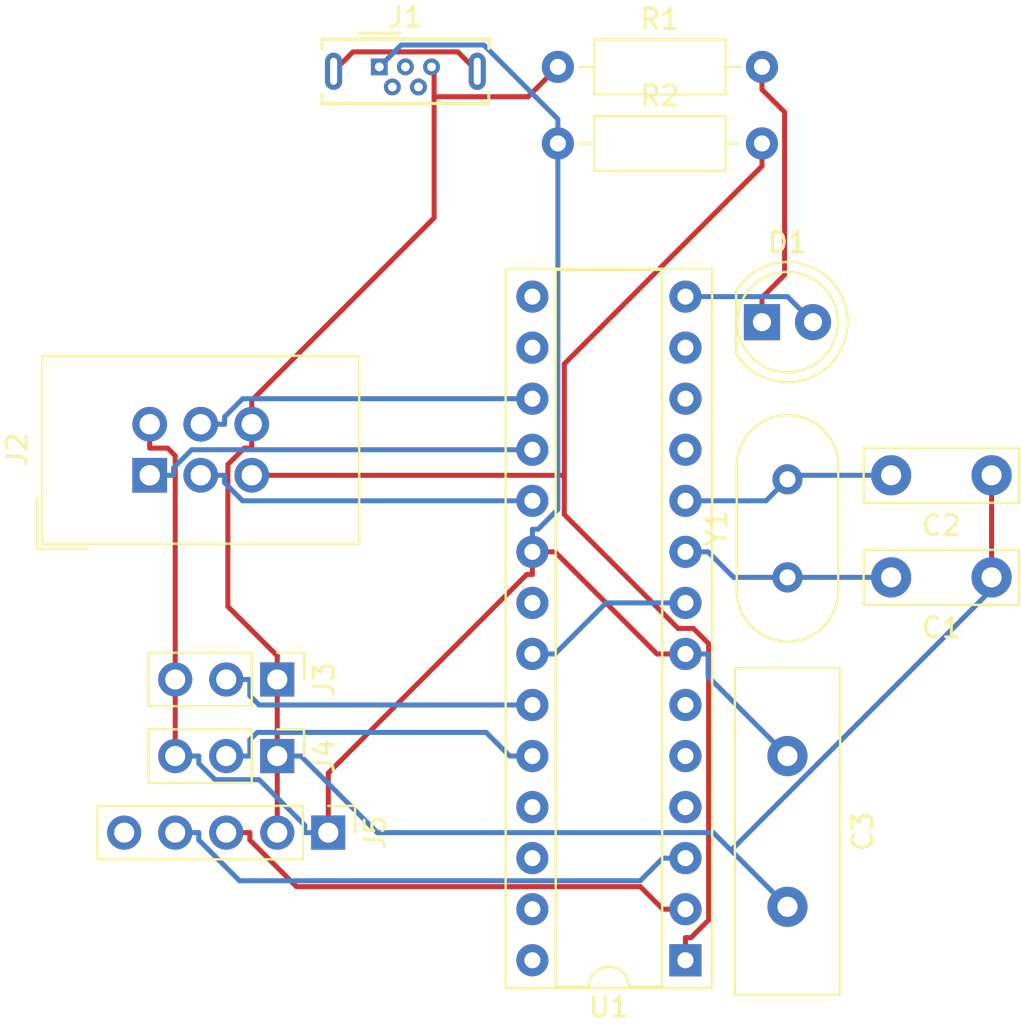
<source format=kicad_pcb>
(kicad_pcb (version 20171130) (host pcbnew 5.1.5+dfsg1-2build2)

  (general
    (thickness 1.6)
    (drawings 0)
    (tracks 121)
    (zones 0)
    (modules 13)
    (nets 17)
  )

  (page A4)
  (layers
    (0 F.Cu signal)
    (31 B.Cu signal)
    (32 B.Adhes user)
    (33 F.Adhes user)
    (34 B.Paste user)
    (35 F.Paste user)
    (36 B.SilkS user)
    (37 F.SilkS user)
    (38 B.Mask user)
    (39 F.Mask user)
    (40 Dwgs.User user)
    (41 Cmts.User user)
    (42 Eco1.User user)
    (43 Eco2.User user)
    (44 Edge.Cuts user)
    (45 Margin user)
    (46 B.CrtYd user)
    (47 F.CrtYd user)
    (48 B.Fab user)
    (49 F.Fab user)
  )

  (setup
    (last_trace_width 0.25)
    (trace_clearance 0.2)
    (zone_clearance 0.508)
    (zone_45_only no)
    (trace_min 0.2)
    (via_size 0.8)
    (via_drill 0.4)
    (via_min_size 0.4)
    (via_min_drill 0.3)
    (uvia_size 0.3)
    (uvia_drill 0.1)
    (uvias_allowed no)
    (uvia_min_size 0.2)
    (uvia_min_drill 0.1)
    (edge_width 0.05)
    (segment_width 0.2)
    (pcb_text_width 0.3)
    (pcb_text_size 1.5 1.5)
    (mod_edge_width 0.12)
    (mod_text_size 1 1)
    (mod_text_width 0.15)
    (pad_size 1.524 1.524)
    (pad_drill 0.762)
    (pad_to_mask_clearance 0.051)
    (solder_mask_min_width 0.25)
    (aux_axis_origin 0 0)
    (visible_elements FFFFFF7F)
    (pcbplotparams
      (layerselection 0x010fc_ffffffff)
      (usegerberextensions false)
      (usegerberattributes false)
      (usegerberadvancedattributes false)
      (creategerberjobfile false)
      (excludeedgelayer true)
      (linewidth 0.100000)
      (plotframeref false)
      (viasonmask false)
      (mode 1)
      (useauxorigin false)
      (hpglpennumber 1)
      (hpglpenspeed 20)
      (hpglpendiameter 15.000000)
      (psnegative false)
      (psa4output false)
      (plotreference true)
      (plotvalue true)
      (plotinvisibletext false)
      (padsonsilk false)
      (subtractmaskfromsilk false)
      (outputformat 1)
      (mirror false)
      (drillshape 0)
      (scaleselection 1)
      (outputdirectory ""))
  )

  (net 0 "")
  (net 1 GND)
  (net 2 "Net-(C1-Pad2)")
  (net 3 "Net-(C2-Pad2)")
  (net 4 "Net-(D1-Pad1)")
  (net 5 "Net-(D1-Pad2)")
  (net 6 "Net-(J1-Pad6)")
  (net 7 VCC)
  (net 8 "Net-(J2-Pad1)")
  (net 9 "Net-(J2-Pad3)")
  (net 10 "Net-(J2-Pad4)")
  (net 11 "Net-(J2-Pad5)")
  (net 12 "Net-(U1-Pad22)")
  (net 13 "Net-(J5-Pad3)")
  (net 14 "Net-(J5-Pad4)")
  (net 15 "Net-(J3-Pad2)")
  (net 16 "Net-(J4-Pad2)")

  (net_class Default "This is the default net class."
    (clearance 0.2)
    (trace_width 0.25)
    (via_dia 0.8)
    (via_drill 0.4)
    (uvia_dia 0.3)
    (uvia_drill 0.1)
    (add_net GND)
    (add_net "Net-(C1-Pad2)")
    (add_net "Net-(C2-Pad2)")
    (add_net "Net-(D1-Pad1)")
    (add_net "Net-(D1-Pad2)")
    (add_net "Net-(J1-Pad6)")
    (add_net "Net-(J2-Pad1)")
    (add_net "Net-(J2-Pad3)")
    (add_net "Net-(J2-Pad4)")
    (add_net "Net-(J2-Pad5)")
    (add_net "Net-(J3-Pad2)")
    (add_net "Net-(J4-Pad2)")
    (add_net "Net-(J5-Pad3)")
    (add_net "Net-(J5-Pad4)")
    (add_net "Net-(U1-Pad22)")
    (add_net VCC)
  )

  (module Resistor_THT:R_Axial_DIN0207_L6.3mm_D2.5mm_P10.16mm_Horizontal (layer F.Cu) (tedit 5AE5139B) (tstamp 5FE05D4E)
    (at 96.52 48.26)
    (descr "Resistor, Axial_DIN0207 series, Axial, Horizontal, pin pitch=10.16mm, 0.25W = 1/4W, length*diameter=6.3*2.5mm^2, http://cdn-reichelt.de/documents/datenblatt/B400/1_4W%23YAG.pdf")
    (tags "Resistor Axial_DIN0207 series Axial Horizontal pin pitch 10.16mm 0.25W = 1/4W length 6.3mm diameter 2.5mm")
    (path /5FE2AC3E)
    (fp_text reference R2 (at 5.08 -2.37) (layer F.SilkS)
      (effects (font (size 1 1) (thickness 0.15)))
    )
    (fp_text value 10k (at 5.08 2.37) (layer F.Fab)
      (effects (font (size 1 1) (thickness 0.15)))
    )
    (fp_text user %R (at 5.08 0) (layer F.Fab)
      (effects (font (size 1 1) (thickness 0.15)))
    )
    (fp_line (start 11.21 -1.5) (end -1.05 -1.5) (layer F.CrtYd) (width 0.05))
    (fp_line (start 11.21 1.5) (end 11.21 -1.5) (layer F.CrtYd) (width 0.05))
    (fp_line (start -1.05 1.5) (end 11.21 1.5) (layer F.CrtYd) (width 0.05))
    (fp_line (start -1.05 -1.5) (end -1.05 1.5) (layer F.CrtYd) (width 0.05))
    (fp_line (start 9.12 0) (end 8.35 0) (layer F.SilkS) (width 0.12))
    (fp_line (start 1.04 0) (end 1.81 0) (layer F.SilkS) (width 0.12))
    (fp_line (start 8.35 -1.37) (end 1.81 -1.37) (layer F.SilkS) (width 0.12))
    (fp_line (start 8.35 1.37) (end 8.35 -1.37) (layer F.SilkS) (width 0.12))
    (fp_line (start 1.81 1.37) (end 8.35 1.37) (layer F.SilkS) (width 0.12))
    (fp_line (start 1.81 -1.37) (end 1.81 1.37) (layer F.SilkS) (width 0.12))
    (fp_line (start 10.16 0) (end 8.23 0) (layer F.Fab) (width 0.1))
    (fp_line (start 0 0) (end 1.93 0) (layer F.Fab) (width 0.1))
    (fp_line (start 8.23 -1.25) (end 1.93 -1.25) (layer F.Fab) (width 0.1))
    (fp_line (start 8.23 1.25) (end 8.23 -1.25) (layer F.Fab) (width 0.1))
    (fp_line (start 1.93 1.25) (end 8.23 1.25) (layer F.Fab) (width 0.1))
    (fp_line (start 1.93 -1.25) (end 1.93 1.25) (layer F.Fab) (width 0.1))
    (pad 2 thru_hole oval (at 10.16 0) (size 1.6 1.6) (drill 0.8) (layers *.Cu *.Mask)
      (net 11 "Net-(J2-Pad5)"))
    (pad 1 thru_hole circle (at 0 0) (size 1.6 1.6) (drill 0.8) (layers *.Cu *.Mask)
      (net 7 VCC))
    (model ${KISYS3DMOD}/Resistor_THT.3dshapes/R_Axial_DIN0207_L6.3mm_D2.5mm_P10.16mm_Horizontal.wrl
      (at (xyz 0 0 0))
      (scale (xyz 1 1 1))
      (rotate (xyz 0 0 0))
    )
  )

  (module Resistor_THT:R_Axial_DIN0207_L6.3mm_D2.5mm_P10.16mm_Horizontal (layer F.Cu) (tedit 5AE5139B) (tstamp 5FE05D3C)
    (at 96.52 44.45)
    (descr "Resistor, Axial_DIN0207 series, Axial, Horizontal, pin pitch=10.16mm, 0.25W = 1/4W, length*diameter=6.3*2.5mm^2, http://cdn-reichelt.de/documents/datenblatt/B400/1_4W%23YAG.pdf")
    (tags "Resistor Axial_DIN0207 series Axial Horizontal pin pitch 10.16mm 0.25W = 1/4W length 6.3mm diameter 2.5mm")
    (path /5FDBDAB6)
    (fp_text reference R1 (at 5.08 -2.37) (layer F.SilkS)
      (effects (font (size 1 1) (thickness 0.15)))
    )
    (fp_text value 1k (at 5.08 2.37) (layer F.Fab)
      (effects (font (size 1 1) (thickness 0.15)))
    )
    (fp_text user %R (at 5.08 0) (layer F.Fab)
      (effects (font (size 1 1) (thickness 0.15)))
    )
    (fp_line (start 11.21 -1.5) (end -1.05 -1.5) (layer F.CrtYd) (width 0.05))
    (fp_line (start 11.21 1.5) (end 11.21 -1.5) (layer F.CrtYd) (width 0.05))
    (fp_line (start -1.05 1.5) (end 11.21 1.5) (layer F.CrtYd) (width 0.05))
    (fp_line (start -1.05 -1.5) (end -1.05 1.5) (layer F.CrtYd) (width 0.05))
    (fp_line (start 9.12 0) (end 8.35 0) (layer F.SilkS) (width 0.12))
    (fp_line (start 1.04 0) (end 1.81 0) (layer F.SilkS) (width 0.12))
    (fp_line (start 8.35 -1.37) (end 1.81 -1.37) (layer F.SilkS) (width 0.12))
    (fp_line (start 8.35 1.37) (end 8.35 -1.37) (layer F.SilkS) (width 0.12))
    (fp_line (start 1.81 1.37) (end 8.35 1.37) (layer F.SilkS) (width 0.12))
    (fp_line (start 1.81 -1.37) (end 1.81 1.37) (layer F.SilkS) (width 0.12))
    (fp_line (start 10.16 0) (end 8.23 0) (layer F.Fab) (width 0.1))
    (fp_line (start 0 0) (end 1.93 0) (layer F.Fab) (width 0.1))
    (fp_line (start 8.23 -1.25) (end 1.93 -1.25) (layer F.Fab) (width 0.1))
    (fp_line (start 8.23 1.25) (end 8.23 -1.25) (layer F.Fab) (width 0.1))
    (fp_line (start 1.93 1.25) (end 8.23 1.25) (layer F.Fab) (width 0.1))
    (fp_line (start 1.93 -1.25) (end 1.93 1.25) (layer F.Fab) (width 0.1))
    (pad 2 thru_hole oval (at 10.16 0) (size 1.6 1.6) (drill 0.8) (layers *.Cu *.Mask)
      (net 4 "Net-(D1-Pad1)"))
    (pad 1 thru_hole circle (at 0 0) (size 1.6 1.6) (drill 0.8) (layers *.Cu *.Mask)
      (net 1 GND))
    (model ${KISYS3DMOD}/Resistor_THT.3dshapes/R_Axial_DIN0207_L6.3mm_D2.5mm_P10.16mm_Horizontal.wrl
      (at (xyz 0 0 0))
      (scale (xyz 1 1 1))
      (rotate (xyz 0 0 0))
    )
  )

  (module Connector_USB:USB_Micro-B_Wuerth_614105150721_Vertical (layer F.Cu) (tedit 5A142044) (tstamp 5FDC6CAF)
    (at 87.63 44.45)
    (descr "USB Micro-B receptacle, through-hole, vertical, http://katalog.we-online.de/em/datasheet/614105150721.pdf")
    (tags "usb micro receptacle vertical")
    (path /5FDEA198)
    (fp_text reference J1 (at 1.3 -2.48) (layer F.SilkS)
      (effects (font (size 1 1) (thickness 0.15)))
    )
    (fp_text value USB (at 1.3 2.92) (layer F.Fab)
      (effects (font (size 1 1) (thickness 0.15)))
    )
    (fp_text user %R (at 1.3 0.22) (layer F.Fab)
      (effects (font (size 1 1) (thickness 0.15)))
    )
    (fp_line (start 5.8 -1.73) (end -3.2 -1.73) (layer F.CrtYd) (width 0.05))
    (fp_line (start 5.8 2.17) (end 5.8 -1.73) (layer F.CrtYd) (width 0.05))
    (fp_line (start -3.2 2.17) (end 5.8 2.17) (layer F.CrtYd) (width 0.05))
    (fp_line (start -3.2 -1.73) (end -3.2 2.17) (layer F.CrtYd) (width 0.05))
    (fp_line (start -1 -1.68) (end 1 -1.68) (layer F.SilkS) (width 0.15))
    (fp_line (start 5.45 1.82) (end 5.45 1.345) (layer F.SilkS) (width 0.15))
    (fp_line (start -2.85 1.82) (end 5.45 1.82) (layer F.SilkS) (width 0.15))
    (fp_line (start -2.85 1.345) (end -2.85 1.82) (layer F.SilkS) (width 0.15))
    (fp_line (start 5.45 -1.38) (end 5.45 -0.905) (layer F.SilkS) (width 0.15))
    (fp_line (start -2.85 -1.38) (end 5.45 -1.38) (layer F.SilkS) (width 0.15))
    (fp_line (start -2.85 -0.905) (end -2.85 -1.38) (layer F.SilkS) (width 0.15))
    (fp_line (start -2.7 1.67) (end -2.7 -1.23) (layer F.Fab) (width 0.15))
    (fp_line (start 5.3 1.67) (end -2.7 1.67) (layer F.Fab) (width 0.15))
    (fp_line (start 5.3 -1.23) (end 5.3 1.67) (layer F.Fab) (width 0.15))
    (fp_line (start 1 -1.23) (end 5.3 -1.23) (layer F.Fab) (width 0.15))
    (fp_line (start 0 -0.23) (end 1 -1.23) (layer F.Fab) (width 0.15))
    (fp_line (start -1 -1.23) (end 0 -0.23) (layer F.Fab) (width 0.15))
    (fp_line (start -2.7 -1.23) (end -1 -1.23) (layer F.Fab) (width 0.15))
    (pad 6 thru_hole oval (at 4.875 0.22) (size 0.85 1.85) (drill oval 0.35 1.35) (layers *.Cu *.Mask)
      (net 6 "Net-(J1-Pad6)"))
    (pad 6 thru_hole oval (at -2.275 0.22) (size 0.85 1.85) (drill oval 0.35 1.35) (layers *.Cu *.Mask)
      (net 6 "Net-(J1-Pad6)"))
    (pad 5 thru_hole circle (at 2.6 0) (size 0.84 0.84) (drill 0.44) (layers *.Cu *.Mask)
      (net 1 GND))
    (pad 4 thru_hole circle (at 1.95 1) (size 0.84 0.84) (drill 0.44) (layers *.Cu *.Mask))
    (pad 3 thru_hole circle (at 1.3 0) (size 0.84 0.84) (drill 0.44) (layers *.Cu *.Mask))
    (pad 2 thru_hole circle (at 0.65 1) (size 0.84 0.84) (drill 0.44) (layers *.Cu *.Mask))
    (pad 1 thru_hole rect (at 0 0) (size 0.84 0.84) (drill 0.44) (layers *.Cu *.Mask)
      (net 7 VCC))
    (model ${KISYS3DMOD}/Connector_USB.3dshapes/USB_Micro-B_Wuerth_614105150721_Vertical.wrl
      (at (xyz 0 0 0))
      (scale (xyz 1 1 1))
      (rotate (xyz 0 0 0))
    )
  )

  (module Connector_PinHeader_2.54mm:PinHeader_1x03_P2.54mm_Vertical (layer F.Cu) (tedit 59FED5CC) (tstamp 5FDC04AE)
    (at 82.55 74.93 270)
    (descr "Through hole straight pin header, 1x03, 2.54mm pitch, single row")
    (tags "Through hole pin header THT 1x03 2.54mm single row")
    (path /5FDD7FDF)
    (fp_text reference J3 (at 0 -2.33 90) (layer F.SilkS)
      (effects (font (size 1 1) (thickness 0.15)))
    )
    (fp_text value "LED Strip 1" (at 0 7.41 90) (layer F.Fab)
      (effects (font (size 1 1) (thickness 0.15)))
    )
    (fp_text user %R (at 0 2.54) (layer F.Fab)
      (effects (font (size 1 1) (thickness 0.15)))
    )
    (fp_line (start 1.8 -1.8) (end -1.8 -1.8) (layer F.CrtYd) (width 0.05))
    (fp_line (start 1.8 6.85) (end 1.8 -1.8) (layer F.CrtYd) (width 0.05))
    (fp_line (start -1.8 6.85) (end 1.8 6.85) (layer F.CrtYd) (width 0.05))
    (fp_line (start -1.8 -1.8) (end -1.8 6.85) (layer F.CrtYd) (width 0.05))
    (fp_line (start -1.33 -1.33) (end 0 -1.33) (layer F.SilkS) (width 0.12))
    (fp_line (start -1.33 0) (end -1.33 -1.33) (layer F.SilkS) (width 0.12))
    (fp_line (start -1.33 1.27) (end 1.33 1.27) (layer F.SilkS) (width 0.12))
    (fp_line (start 1.33 1.27) (end 1.33 6.41) (layer F.SilkS) (width 0.12))
    (fp_line (start -1.33 1.27) (end -1.33 6.41) (layer F.SilkS) (width 0.12))
    (fp_line (start -1.33 6.41) (end 1.33 6.41) (layer F.SilkS) (width 0.12))
    (fp_line (start -1.27 -0.635) (end -0.635 -1.27) (layer F.Fab) (width 0.1))
    (fp_line (start -1.27 6.35) (end -1.27 -0.635) (layer F.Fab) (width 0.1))
    (fp_line (start 1.27 6.35) (end -1.27 6.35) (layer F.Fab) (width 0.1))
    (fp_line (start 1.27 -1.27) (end 1.27 6.35) (layer F.Fab) (width 0.1))
    (fp_line (start -0.635 -1.27) (end 1.27 -1.27) (layer F.Fab) (width 0.1))
    (pad 3 thru_hole oval (at 0 5.08 270) (size 1.7 1.7) (drill 1) (layers *.Cu *.Mask)
      (net 7 VCC))
    (pad 2 thru_hole oval (at 0 2.54 270) (size 1.7 1.7) (drill 1) (layers *.Cu *.Mask)
      (net 15 "Net-(J3-Pad2)"))
    (pad 1 thru_hole rect (at 0 0 270) (size 1.7 1.7) (drill 1) (layers *.Cu *.Mask)
      (net 1 GND))
    (model ${KISYS3DMOD}/Connector_PinHeader_2.54mm.3dshapes/PinHeader_1x03_P2.54mm_Vertical.wrl
      (at (xyz 0 0 0))
      (scale (xyz 1 1 1))
      (rotate (xyz 0 0 0))
    )
  )

  (module Crystal:Crystal_HC49-U_Vertical (layer F.Cu) (tedit 5A1AD3B8) (tstamp 5FDC7182)
    (at 107.95 69.85 90)
    (descr "Crystal THT HC-49/U http://5hertz.com/pdfs/04404_D.pdf")
    (tags "THT crystalHC-49/U")
    (path /5FDBE171)
    (fp_text reference Y1 (at 2.44 -3.525 90) (layer F.SilkS)
      (effects (font (size 1 1) (thickness 0.15)))
    )
    (fp_text value Crystal (at 2.44 3.525 90) (layer F.Fab)
      (effects (font (size 1 1) (thickness 0.15)))
    )
    (fp_arc (start 5.565 0) (end 5.565 -2.525) (angle 180) (layer F.SilkS) (width 0.12))
    (fp_arc (start -0.685 0) (end -0.685 -2.525) (angle -180) (layer F.SilkS) (width 0.12))
    (fp_arc (start 5.44 0) (end 5.44 -2) (angle 180) (layer F.Fab) (width 0.1))
    (fp_arc (start -0.56 0) (end -0.56 -2) (angle -180) (layer F.Fab) (width 0.1))
    (fp_arc (start 5.565 0) (end 5.565 -2.325) (angle 180) (layer F.Fab) (width 0.1))
    (fp_arc (start -0.685 0) (end -0.685 -2.325) (angle -180) (layer F.Fab) (width 0.1))
    (fp_line (start 8.4 -2.8) (end -3.5 -2.8) (layer F.CrtYd) (width 0.05))
    (fp_line (start 8.4 2.8) (end 8.4 -2.8) (layer F.CrtYd) (width 0.05))
    (fp_line (start -3.5 2.8) (end 8.4 2.8) (layer F.CrtYd) (width 0.05))
    (fp_line (start -3.5 -2.8) (end -3.5 2.8) (layer F.CrtYd) (width 0.05))
    (fp_line (start -0.685 2.525) (end 5.565 2.525) (layer F.SilkS) (width 0.12))
    (fp_line (start -0.685 -2.525) (end 5.565 -2.525) (layer F.SilkS) (width 0.12))
    (fp_line (start -0.56 2) (end 5.44 2) (layer F.Fab) (width 0.1))
    (fp_line (start -0.56 -2) (end 5.44 -2) (layer F.Fab) (width 0.1))
    (fp_line (start -0.685 2.325) (end 5.565 2.325) (layer F.Fab) (width 0.1))
    (fp_line (start -0.685 -2.325) (end 5.565 -2.325) (layer F.Fab) (width 0.1))
    (fp_text user %R (at 2.44 0 90) (layer F.Fab)
      (effects (font (size 1 1) (thickness 0.15)))
    )
    (pad 2 thru_hole circle (at 4.88 0 90) (size 1.5 1.5) (drill 0.8) (layers *.Cu *.Mask)
      (net 3 "Net-(C2-Pad2)"))
    (pad 1 thru_hole circle (at 0 0 90) (size 1.5 1.5) (drill 0.8) (layers *.Cu *.Mask)
      (net 2 "Net-(C1-Pad2)"))
    (model ${KISYS3DMOD}/Crystal.3dshapes/Crystal_HC49-U_Vertical.wrl
      (at (xyz 0 0 0))
      (scale (xyz 1 1 1))
      (rotate (xyz 0 0 0))
    )
  )

  (module Capacitor_THT:C_Disc_D16.0mm_W5.0mm_P7.50mm (layer F.Cu) (tedit 5AE50EF0) (tstamp 5FDC87C9)
    (at 107.95 78.74 270)
    (descr "C, Disc series, Radial, pin pitch=7.50mm, , diameter*width=16.0*5.0mm^2, Capacitor, http://www.vishay.com/docs/28535/vy2series.pdf")
    (tags "C Disc series Radial pin pitch 7.50mm  diameter 16.0mm width 5.0mm Capacitor")
    (path /5FE1D8EA)
    (fp_text reference C3 (at 3.75 -3.75 90) (layer F.SilkS)
      (effects (font (size 1 1) (thickness 0.15)))
    )
    (fp_text value 0.1uF (at 3.75 3.75 90) (layer F.Fab)
      (effects (font (size 1 1) (thickness 0.15)))
    )
    (fp_text user %R (at 3.75 0 90) (layer F.Fab)
      (effects (font (size 1 1) (thickness 0.15)))
    )
    (fp_line (start 12 -2.75) (end -4.5 -2.75) (layer F.CrtYd) (width 0.05))
    (fp_line (start 12 2.75) (end 12 -2.75) (layer F.CrtYd) (width 0.05))
    (fp_line (start -4.5 2.75) (end 12 2.75) (layer F.CrtYd) (width 0.05))
    (fp_line (start -4.5 -2.75) (end -4.5 2.75) (layer F.CrtYd) (width 0.05))
    (fp_line (start 11.87 -2.62) (end 11.87 2.62) (layer F.SilkS) (width 0.12))
    (fp_line (start -4.37 -2.62) (end -4.37 2.62) (layer F.SilkS) (width 0.12))
    (fp_line (start -4.37 2.62) (end 11.87 2.62) (layer F.SilkS) (width 0.12))
    (fp_line (start -4.37 -2.62) (end 11.87 -2.62) (layer F.SilkS) (width 0.12))
    (fp_line (start 11.75 -2.5) (end -4.25 -2.5) (layer F.Fab) (width 0.1))
    (fp_line (start 11.75 2.5) (end 11.75 -2.5) (layer F.Fab) (width 0.1))
    (fp_line (start -4.25 2.5) (end 11.75 2.5) (layer F.Fab) (width 0.1))
    (fp_line (start -4.25 -2.5) (end -4.25 2.5) (layer F.Fab) (width 0.1))
    (pad 2 thru_hole circle (at 7.5 0 270) (size 2 2) (drill 1) (layers *.Cu *.Mask)
      (net 1 GND))
    (pad 1 thru_hole circle (at 0 0 270) (size 2 2) (drill 1) (layers *.Cu *.Mask)
      (net 7 VCC))
    (model ${KISYS3DMOD}/Capacitor_THT.3dshapes/C_Disc_D16.0mm_W5.0mm_P7.50mm.wrl
      (at (xyz 0 0 0))
      (scale (xyz 1 1 1))
      (rotate (xyz 0 0 0))
    )
  )

  (module Capacitor_THT:C_Disc_D7.5mm_W2.5mm_P5.00mm (layer F.Cu) (tedit 5AE50EF0) (tstamp 5FE07095)
    (at 118.11 64.77 180)
    (descr "C, Disc series, Radial, pin pitch=5.00mm, , diameter*width=7.5*2.5mm^2, Capacitor, http://www.vishay.com/docs/28535/vy2series.pdf")
    (tags "C Disc series Radial pin pitch 5.00mm  diameter 7.5mm width 2.5mm Capacitor")
    (path /5FDC07C3)
    (fp_text reference C2 (at 2.5 -2.5) (layer F.SilkS)
      (effects (font (size 1 1) (thickness 0.15)))
    )
    (fp_text value 22pF (at 2.5 2.5) (layer F.Fab)
      (effects (font (size 1 1) (thickness 0.15)))
    )
    (fp_text user %R (at 2.5 0) (layer F.Fab)
      (effects (font (size 1 1) (thickness 0.15)))
    )
    (fp_line (start 6.5 -1.5) (end -1.5 -1.5) (layer F.CrtYd) (width 0.05))
    (fp_line (start 6.5 1.5) (end 6.5 -1.5) (layer F.CrtYd) (width 0.05))
    (fp_line (start -1.5 1.5) (end 6.5 1.5) (layer F.CrtYd) (width 0.05))
    (fp_line (start -1.5 -1.5) (end -1.5 1.5) (layer F.CrtYd) (width 0.05))
    (fp_line (start 6.37 -1.37) (end 6.37 1.37) (layer F.SilkS) (width 0.12))
    (fp_line (start -1.37 -1.37) (end -1.37 1.37) (layer F.SilkS) (width 0.12))
    (fp_line (start -1.37 1.37) (end 6.37 1.37) (layer F.SilkS) (width 0.12))
    (fp_line (start -1.37 -1.37) (end 6.37 -1.37) (layer F.SilkS) (width 0.12))
    (fp_line (start 6.25 -1.25) (end -1.25 -1.25) (layer F.Fab) (width 0.1))
    (fp_line (start 6.25 1.25) (end 6.25 -1.25) (layer F.Fab) (width 0.1))
    (fp_line (start -1.25 1.25) (end 6.25 1.25) (layer F.Fab) (width 0.1))
    (fp_line (start -1.25 -1.25) (end -1.25 1.25) (layer F.Fab) (width 0.1))
    (pad 2 thru_hole circle (at 5 0 180) (size 2 2) (drill 1) (layers *.Cu *.Mask)
      (net 3 "Net-(C2-Pad2)"))
    (pad 1 thru_hole circle (at 0 0 180) (size 2 2) (drill 1) (layers *.Cu *.Mask)
      (net 1 GND))
    (model ${KISYS3DMOD}/Capacitor_THT.3dshapes/C_Disc_D7.5mm_W2.5mm_P5.00mm.wrl
      (at (xyz 0 0 0))
      (scale (xyz 1 1 1))
      (rotate (xyz 0 0 0))
    )
  )

  (module Capacitor_THT:C_Disc_D7.5mm_W2.5mm_P5.00mm (layer F.Cu) (tedit 5AE50EF0) (tstamp 5FDC7325)
    (at 118.11 69.85 180)
    (descr "C, Disc series, Radial, pin pitch=5.00mm, , diameter*width=7.5*2.5mm^2, Capacitor, http://www.vishay.com/docs/28535/vy2series.pdf")
    (tags "C Disc series Radial pin pitch 5.00mm  diameter 7.5mm width 2.5mm Capacitor")
    (path /5FDBFB2B)
    (fp_text reference C1 (at 2.5 -2.5) (layer F.SilkS)
      (effects (font (size 1 1) (thickness 0.15)))
    )
    (fp_text value 22pF (at 2.5 2.5) (layer F.Fab)
      (effects (font (size 1 1) (thickness 0.15)))
    )
    (fp_text user %R (at 2.5 0 270) (layer F.Fab)
      (effects (font (size 1 1) (thickness 0.15)))
    )
    (fp_line (start 6.5 -1.5) (end -1.5 -1.5) (layer F.CrtYd) (width 0.05))
    (fp_line (start 6.5 1.5) (end 6.5 -1.5) (layer F.CrtYd) (width 0.05))
    (fp_line (start -1.5 1.5) (end 6.5 1.5) (layer F.CrtYd) (width 0.05))
    (fp_line (start -1.5 -1.5) (end -1.5 1.5) (layer F.CrtYd) (width 0.05))
    (fp_line (start 6.37 -1.37) (end 6.37 1.37) (layer F.SilkS) (width 0.12))
    (fp_line (start -1.37 -1.37) (end -1.37 1.37) (layer F.SilkS) (width 0.12))
    (fp_line (start -1.37 1.37) (end 6.37 1.37) (layer F.SilkS) (width 0.12))
    (fp_line (start -1.37 -1.37) (end 6.37 -1.37) (layer F.SilkS) (width 0.12))
    (fp_line (start 6.25 -1.25) (end -1.25 -1.25) (layer F.Fab) (width 0.1))
    (fp_line (start 6.25 1.25) (end 6.25 -1.25) (layer F.Fab) (width 0.1))
    (fp_line (start -1.25 1.25) (end 6.25 1.25) (layer F.Fab) (width 0.1))
    (fp_line (start -1.25 -1.25) (end -1.25 1.25) (layer F.Fab) (width 0.1))
    (pad 2 thru_hole circle (at 5 0 180) (size 2 2) (drill 1) (layers *.Cu *.Mask)
      (net 2 "Net-(C1-Pad2)"))
    (pad 1 thru_hole circle (at 0 0 180) (size 2 2) (drill 1) (layers *.Cu *.Mask)
      (net 1 GND))
    (model ${KISYS3DMOD}/Capacitor_THT.3dshapes/C_Disc_D7.5mm_W2.5mm_P5.00mm.wrl
      (at (xyz 0 0 0))
      (scale (xyz 1 1 1))
      (rotate (xyz 0 0 0))
    )
  )

  (module Connector_IDC:IDC-Header_2x03_P2.54mm_Vertical (layer F.Cu) (tedit 59DE0819) (tstamp 5FDC92F9)
    (at 76.2 64.77 90)
    (descr "Through hole straight IDC box header, 2x03, 2.54mm pitch, double rows")
    (tags "Through hole IDC box header THT 2x03 2.54mm double row")
    (path /5FDCD989)
    (fp_text reference J2 (at 1.27 -6.604 90) (layer F.SilkS)
      (effects (font (size 1 1) (thickness 0.15)))
    )
    (fp_text value ISP (at 1.27 11.684 90) (layer F.Fab)
      (effects (font (size 1 1) (thickness 0.15)))
    )
    (fp_line (start -3.655 -5.6) (end -1.115 -5.6) (layer F.SilkS) (width 0.12))
    (fp_line (start -3.655 -5.6) (end -3.655 -3.06) (layer F.SilkS) (width 0.12))
    (fp_line (start -3.405 -5.35) (end 5.945 -5.35) (layer F.SilkS) (width 0.12))
    (fp_line (start -3.405 10.43) (end -3.405 -5.35) (layer F.SilkS) (width 0.12))
    (fp_line (start 5.945 10.43) (end -3.405 10.43) (layer F.SilkS) (width 0.12))
    (fp_line (start 5.945 -5.35) (end 5.945 10.43) (layer F.SilkS) (width 0.12))
    (fp_line (start -3.41 -5.35) (end 5.95 -5.35) (layer F.CrtYd) (width 0.05))
    (fp_line (start -3.41 10.43) (end -3.41 -5.35) (layer F.CrtYd) (width 0.05))
    (fp_line (start 5.95 10.43) (end -3.41 10.43) (layer F.CrtYd) (width 0.05))
    (fp_line (start 5.95 -5.35) (end 5.95 10.43) (layer F.CrtYd) (width 0.05))
    (fp_line (start -3.155 10.18) (end -2.605 9.62) (layer F.Fab) (width 0.1))
    (fp_line (start -3.155 -5.1) (end -2.605 -4.56) (layer F.Fab) (width 0.1))
    (fp_line (start 5.695 10.18) (end 5.145 9.62) (layer F.Fab) (width 0.1))
    (fp_line (start 5.695 -5.1) (end 5.145 -4.56) (layer F.Fab) (width 0.1))
    (fp_line (start 5.145 9.62) (end -2.605 9.62) (layer F.Fab) (width 0.1))
    (fp_line (start 5.695 10.18) (end -3.155 10.18) (layer F.Fab) (width 0.1))
    (fp_line (start 5.145 -4.56) (end -2.605 -4.56) (layer F.Fab) (width 0.1))
    (fp_line (start 5.695 -5.1) (end -3.155 -5.1) (layer F.Fab) (width 0.1))
    (fp_line (start -2.605 4.79) (end -3.155 4.79) (layer F.Fab) (width 0.1))
    (fp_line (start -2.605 0.29) (end -3.155 0.29) (layer F.Fab) (width 0.1))
    (fp_line (start -2.605 4.79) (end -2.605 9.62) (layer F.Fab) (width 0.1))
    (fp_line (start -2.605 -4.56) (end -2.605 0.29) (layer F.Fab) (width 0.1))
    (fp_line (start -3.155 -5.1) (end -3.155 10.18) (layer F.Fab) (width 0.1))
    (fp_line (start 5.145 -4.56) (end 5.145 9.62) (layer F.Fab) (width 0.1))
    (fp_line (start 5.695 -5.1) (end 5.695 10.18) (layer F.Fab) (width 0.1))
    (fp_text user %R (at 1.27 2.54 90) (layer F.Fab)
      (effects (font (size 1 1) (thickness 0.15)))
    )
    (pad 6 thru_hole oval (at 2.54 5.08 90) (size 1.7272 1.7272) (drill 1.016) (layers *.Cu *.Mask)
      (net 1 GND))
    (pad 5 thru_hole oval (at 0 5.08 90) (size 1.7272 1.7272) (drill 1.016) (layers *.Cu *.Mask)
      (net 11 "Net-(J2-Pad5)"))
    (pad 4 thru_hole oval (at 2.54 2.54 90) (size 1.7272 1.7272) (drill 1.016) (layers *.Cu *.Mask)
      (net 10 "Net-(J2-Pad4)"))
    (pad 3 thru_hole oval (at 0 2.54 90) (size 1.7272 1.7272) (drill 1.016) (layers *.Cu *.Mask)
      (net 9 "Net-(J2-Pad3)"))
    (pad 2 thru_hole oval (at 2.54 0 90) (size 1.7272 1.7272) (drill 1.016) (layers *.Cu *.Mask)
      (net 7 VCC))
    (pad 1 thru_hole rect (at 0 0 90) (size 1.7272 1.7272) (drill 1.016) (layers *.Cu *.Mask)
      (net 8 "Net-(J2-Pad1)"))
    (model ${KISYS3DMOD}/Connector_IDC.3dshapes/IDC-Header_2x03_P2.54mm_Vertical.wrl
      (at (xyz 0 0 0))
      (scale (xyz 1 1 1))
      (rotate (xyz 0 0 0))
    )
  )

  (module LED_THT:LED_D5.0mm (layer F.Cu) (tedit 5995936A) (tstamp 5FDC6E60)
    (at 106.68 57.15)
    (descr "LED, diameter 5.0mm, 2 pins, http://cdn-reichelt.de/documents/datenblatt/A500/LL-504BC2E-009.pdf")
    (tags "LED diameter 5.0mm 2 pins")
    (path /5FDBD44F)
    (fp_text reference D1 (at 1.27 -3.96) (layer F.SilkS)
      (effects (font (size 1 1) (thickness 0.15)))
    )
    (fp_text value " " (at 1.27 3.96) (layer F.Fab)
      (effects (font (size 1 1) (thickness 0.15)))
    )
    (fp_arc (start 1.27 0) (end -1.23 -1.469694) (angle 299.1) (layer F.Fab) (width 0.1))
    (fp_arc (start 1.27 0) (end -1.29 -1.54483) (angle 148.9) (layer F.SilkS) (width 0.12))
    (fp_arc (start 1.27 0) (end -1.29 1.54483) (angle -148.9) (layer F.SilkS) (width 0.12))
    (fp_circle (center 1.27 0) (end 3.77 0) (layer F.Fab) (width 0.1))
    (fp_circle (center 1.27 0) (end 3.77 0) (layer F.SilkS) (width 0.12))
    (fp_line (start -1.23 -1.469694) (end -1.23 1.469694) (layer F.Fab) (width 0.1))
    (fp_line (start -1.29 -1.545) (end -1.29 1.545) (layer F.SilkS) (width 0.12))
    (fp_line (start -1.95 -3.25) (end -1.95 3.25) (layer F.CrtYd) (width 0.05))
    (fp_line (start -1.95 3.25) (end 4.5 3.25) (layer F.CrtYd) (width 0.05))
    (fp_line (start 4.5 3.25) (end 4.5 -3.25) (layer F.CrtYd) (width 0.05))
    (fp_line (start 4.5 -3.25) (end -1.95 -3.25) (layer F.CrtYd) (width 0.05))
    (fp_text user %R (at 1.25 0) (layer F.Fab)
      (effects (font (size 0.8 0.8) (thickness 0.2)))
    )
    (pad 1 thru_hole rect (at 0 0) (size 1.8 1.8) (drill 0.9) (layers *.Cu *.Mask)
      (net 4 "Net-(D1-Pad1)"))
    (pad 2 thru_hole circle (at 2.54 0) (size 1.8 1.8) (drill 0.9) (layers *.Cu *.Mask)
      (net 5 "Net-(D1-Pad2)"))
    (model ${KISYS3DMOD}/LED_THT.3dshapes/LED_D5.0mm.wrl
      (at (xyz 0 0 0))
      (scale (xyz 1 1 1))
      (rotate (xyz 0 0 0))
    )
  )

  (module Connector_PinHeader_2.54mm:PinHeader_1x03_P2.54mm_Vertical (layer F.Cu) (tedit 59FED5CC) (tstamp 5FE05D22)
    (at 82.55 78.74 270)
    (descr "Through hole straight pin header, 1x03, 2.54mm pitch, single row")
    (tags "Through hole pin header THT 1x03 2.54mm single row")
    (path /5FE3B31C)
    (fp_text reference J4 (at 0 -2.33 90) (layer F.SilkS)
      (effects (font (size 1 1) (thickness 0.15)))
    )
    (fp_text value "LED Strip 2" (at 0 7.41 90) (layer F.Fab)
      (effects (font (size 1 1) (thickness 0.15)))
    )
    (fp_line (start -0.635 -1.27) (end 1.27 -1.27) (layer F.Fab) (width 0.1))
    (fp_line (start 1.27 -1.27) (end 1.27 6.35) (layer F.Fab) (width 0.1))
    (fp_line (start 1.27 6.35) (end -1.27 6.35) (layer F.Fab) (width 0.1))
    (fp_line (start -1.27 6.35) (end -1.27 -0.635) (layer F.Fab) (width 0.1))
    (fp_line (start -1.27 -0.635) (end -0.635 -1.27) (layer F.Fab) (width 0.1))
    (fp_line (start -1.33 6.41) (end 1.33 6.41) (layer F.SilkS) (width 0.12))
    (fp_line (start -1.33 1.27) (end -1.33 6.41) (layer F.SilkS) (width 0.12))
    (fp_line (start 1.33 1.27) (end 1.33 6.41) (layer F.SilkS) (width 0.12))
    (fp_line (start -1.33 1.27) (end 1.33 1.27) (layer F.SilkS) (width 0.12))
    (fp_line (start -1.33 0) (end -1.33 -1.33) (layer F.SilkS) (width 0.12))
    (fp_line (start -1.33 -1.33) (end 0 -1.33) (layer F.SilkS) (width 0.12))
    (fp_line (start -1.8 -1.8) (end -1.8 6.85) (layer F.CrtYd) (width 0.05))
    (fp_line (start -1.8 6.85) (end 1.8 6.85) (layer F.CrtYd) (width 0.05))
    (fp_line (start 1.8 6.85) (end 1.8 -1.8) (layer F.CrtYd) (width 0.05))
    (fp_line (start 1.8 -1.8) (end -1.8 -1.8) (layer F.CrtYd) (width 0.05))
    (fp_text user %R (at 0 2.54) (layer F.Fab)
      (effects (font (size 1 1) (thickness 0.15)))
    )
    (pad 1 thru_hole rect (at 0 0 270) (size 1.7 1.7) (drill 1) (layers *.Cu *.Mask)
      (net 1 GND))
    (pad 2 thru_hole oval (at 0 2.54 270) (size 1.7 1.7) (drill 1) (layers *.Cu *.Mask)
      (net 16 "Net-(J4-Pad2)"))
    (pad 3 thru_hole oval (at 0 5.08 270) (size 1.7 1.7) (drill 1) (layers *.Cu *.Mask)
      (net 7 VCC))
    (model ${KISYS3DMOD}/Connector_PinHeader_2.54mm.3dshapes/PinHeader_1x03_P2.54mm_Vertical.wrl
      (at (xyz 0 0 0))
      (scale (xyz 1 1 1))
      (rotate (xyz 0 0 0))
    )
  )

  (module Connector_PinHeader_2.54mm:PinHeader_1x05_P2.54mm_Vertical (layer F.Cu) (tedit 59FED5CC) (tstamp 5FE05D3B)
    (at 85.09 82.55 270)
    (descr "Through hole straight pin header, 1x05, 2.54mm pitch, single row")
    (tags "Through hole pin header THT 1x05 2.54mm single row")
    (path /5FE461E2)
    (fp_text reference J5 (at 0 -2.33 90) (layer F.SilkS)
      (effects (font (size 1 1) (thickness 0.15)))
    )
    (fp_text value RS232 (at 0 12.49 90) (layer F.Fab)
      (effects (font (size 1 1) (thickness 0.15)))
    )
    (fp_line (start -0.635 -1.27) (end 1.27 -1.27) (layer F.Fab) (width 0.1))
    (fp_line (start 1.27 -1.27) (end 1.27 11.43) (layer F.Fab) (width 0.1))
    (fp_line (start 1.27 11.43) (end -1.27 11.43) (layer F.Fab) (width 0.1))
    (fp_line (start -1.27 11.43) (end -1.27 -0.635) (layer F.Fab) (width 0.1))
    (fp_line (start -1.27 -0.635) (end -0.635 -1.27) (layer F.Fab) (width 0.1))
    (fp_line (start -1.33 11.49) (end 1.33 11.49) (layer F.SilkS) (width 0.12))
    (fp_line (start -1.33 1.27) (end -1.33 11.49) (layer F.SilkS) (width 0.12))
    (fp_line (start 1.33 1.27) (end 1.33 11.49) (layer F.SilkS) (width 0.12))
    (fp_line (start -1.33 1.27) (end 1.33 1.27) (layer F.SilkS) (width 0.12))
    (fp_line (start -1.33 0) (end -1.33 -1.33) (layer F.SilkS) (width 0.12))
    (fp_line (start -1.33 -1.33) (end 0 -1.33) (layer F.SilkS) (width 0.12))
    (fp_line (start -1.8 -1.8) (end -1.8 11.95) (layer F.CrtYd) (width 0.05))
    (fp_line (start -1.8 11.95) (end 1.8 11.95) (layer F.CrtYd) (width 0.05))
    (fp_line (start 1.8 11.95) (end 1.8 -1.8) (layer F.CrtYd) (width 0.05))
    (fp_line (start 1.8 -1.8) (end -1.8 -1.8) (layer F.CrtYd) (width 0.05))
    (fp_text user %R (at 0 5.08) (layer F.Fab)
      (effects (font (size 1 1) (thickness 0.15)))
    )
    (pad 1 thru_hole rect (at 0 0 270) (size 1.7 1.7) (drill 1) (layers *.Cu *.Mask)
      (net 7 VCC))
    (pad 2 thru_hole oval (at 0 2.54 270) (size 1.7 1.7) (drill 1) (layers *.Cu *.Mask)
      (net 1 GND))
    (pad 3 thru_hole oval (at 0 5.08 270) (size 1.7 1.7) (drill 1) (layers *.Cu *.Mask)
      (net 13 "Net-(J5-Pad3)"))
    (pad 4 thru_hole oval (at 0 7.62 270) (size 1.7 1.7) (drill 1) (layers *.Cu *.Mask)
      (net 14 "Net-(J5-Pad4)"))
    (pad 5 thru_hole oval (at 0 10.16 270) (size 1.7 1.7) (drill 1) (layers *.Cu *.Mask))
    (model ${KISYS3DMOD}/Connector_PinHeader_2.54mm.3dshapes/PinHeader_1x05_P2.54mm_Vertical.wrl
      (at (xyz 0 0 0))
      (scale (xyz 1 1 1))
      (rotate (xyz 0 0 0))
    )
  )

  (module Package_DIP:DIP-28_W7.62mm_Socket (layer F.Cu) (tedit 5A02E8C5) (tstamp 5FE0C27E)
    (at 102.87 88.9 180)
    (descr "28-lead though-hole mounted DIP package, row spacing 7.62 mm (300 mils), Socket")
    (tags "THT DIP DIL PDIP 2.54mm 7.62mm 300mil Socket")
    (path /5FE04566)
    (fp_text reference U1 (at 3.81 -2.33) (layer F.SilkS)
      (effects (font (size 1 1) (thickness 0.15)))
    )
    (fp_text value ATmega328 (at 3.81 35.35) (layer F.Fab)
      (effects (font (size 1 1) (thickness 0.15)))
    )
    (fp_arc (start 3.81 -1.33) (end 2.81 -1.33) (angle -180) (layer F.SilkS) (width 0.12))
    (fp_line (start 1.635 -1.27) (end 6.985 -1.27) (layer F.Fab) (width 0.1))
    (fp_line (start 6.985 -1.27) (end 6.985 34.29) (layer F.Fab) (width 0.1))
    (fp_line (start 6.985 34.29) (end 0.635 34.29) (layer F.Fab) (width 0.1))
    (fp_line (start 0.635 34.29) (end 0.635 -0.27) (layer F.Fab) (width 0.1))
    (fp_line (start 0.635 -0.27) (end 1.635 -1.27) (layer F.Fab) (width 0.1))
    (fp_line (start -1.27 -1.33) (end -1.27 34.35) (layer F.Fab) (width 0.1))
    (fp_line (start -1.27 34.35) (end 8.89 34.35) (layer F.Fab) (width 0.1))
    (fp_line (start 8.89 34.35) (end 8.89 -1.33) (layer F.Fab) (width 0.1))
    (fp_line (start 8.89 -1.33) (end -1.27 -1.33) (layer F.Fab) (width 0.1))
    (fp_line (start 2.81 -1.33) (end 1.16 -1.33) (layer F.SilkS) (width 0.12))
    (fp_line (start 1.16 -1.33) (end 1.16 34.35) (layer F.SilkS) (width 0.12))
    (fp_line (start 1.16 34.35) (end 6.46 34.35) (layer F.SilkS) (width 0.12))
    (fp_line (start 6.46 34.35) (end 6.46 -1.33) (layer F.SilkS) (width 0.12))
    (fp_line (start 6.46 -1.33) (end 4.81 -1.33) (layer F.SilkS) (width 0.12))
    (fp_line (start -1.33 -1.39) (end -1.33 34.41) (layer F.SilkS) (width 0.12))
    (fp_line (start -1.33 34.41) (end 8.95 34.41) (layer F.SilkS) (width 0.12))
    (fp_line (start 8.95 34.41) (end 8.95 -1.39) (layer F.SilkS) (width 0.12))
    (fp_line (start 8.95 -1.39) (end -1.33 -1.39) (layer F.SilkS) (width 0.12))
    (fp_line (start -1.55 -1.6) (end -1.55 34.65) (layer F.CrtYd) (width 0.05))
    (fp_line (start -1.55 34.65) (end 9.15 34.65) (layer F.CrtYd) (width 0.05))
    (fp_line (start 9.15 34.65) (end 9.15 -1.6) (layer F.CrtYd) (width 0.05))
    (fp_line (start 9.15 -1.6) (end -1.55 -1.6) (layer F.CrtYd) (width 0.05))
    (fp_text user %R (at 3.81 16.51) (layer F.Fab)
      (effects (font (size 1 1) (thickness 0.15)))
    )
    (pad 1 thru_hole rect (at 0 0 180) (size 1.6 1.6) (drill 0.8) (layers *.Cu *.Mask)
      (net 11 "Net-(J2-Pad5)"))
    (pad 15 thru_hole oval (at 7.62 33.02 180) (size 1.6 1.6) (drill 0.8) (layers *.Cu *.Mask))
    (pad 2 thru_hole oval (at 0 2.54 180) (size 1.6 1.6) (drill 0.8) (layers *.Cu *.Mask)
      (net 13 "Net-(J5-Pad3)"))
    (pad 16 thru_hole oval (at 7.62 30.48 180) (size 1.6 1.6) (drill 0.8) (layers *.Cu *.Mask))
    (pad 3 thru_hole oval (at 0 5.08 180) (size 1.6 1.6) (drill 0.8) (layers *.Cu *.Mask)
      (net 14 "Net-(J5-Pad4)"))
    (pad 17 thru_hole oval (at 7.62 27.94 180) (size 1.6 1.6) (drill 0.8) (layers *.Cu *.Mask)
      (net 10 "Net-(J2-Pad4)"))
    (pad 4 thru_hole oval (at 0 7.62 180) (size 1.6 1.6) (drill 0.8) (layers *.Cu *.Mask))
    (pad 18 thru_hole oval (at 7.62 25.4 180) (size 1.6 1.6) (drill 0.8) (layers *.Cu *.Mask)
      (net 8 "Net-(J2-Pad1)"))
    (pad 5 thru_hole oval (at 0 10.16 180) (size 1.6 1.6) (drill 0.8) (layers *.Cu *.Mask))
    (pad 19 thru_hole oval (at 7.62 22.86 180) (size 1.6 1.6) (drill 0.8) (layers *.Cu *.Mask)
      (net 9 "Net-(J2-Pad3)"))
    (pad 6 thru_hole oval (at 0 12.7 180) (size 1.6 1.6) (drill 0.8) (layers *.Cu *.Mask))
    (pad 20 thru_hole oval (at 7.62 20.32 180) (size 1.6 1.6) (drill 0.8) (layers *.Cu *.Mask)
      (net 7 VCC))
    (pad 7 thru_hole oval (at 0 15.24 180) (size 1.6 1.6) (drill 0.8) (layers *.Cu *.Mask)
      (net 7 VCC))
    (pad 21 thru_hole oval (at 7.62 17.78 180) (size 1.6 1.6) (drill 0.8) (layers *.Cu *.Mask))
    (pad 8 thru_hole oval (at 0 17.78 180) (size 1.6 1.6) (drill 0.8) (layers *.Cu *.Mask)
      (net 12 "Net-(U1-Pad22)"))
    (pad 22 thru_hole oval (at 7.62 15.24 180) (size 1.6 1.6) (drill 0.8) (layers *.Cu *.Mask)
      (net 12 "Net-(U1-Pad22)"))
    (pad 9 thru_hole oval (at 0 20.32 180) (size 1.6 1.6) (drill 0.8) (layers *.Cu *.Mask)
      (net 2 "Net-(C1-Pad2)"))
    (pad 23 thru_hole oval (at 7.62 12.7 180) (size 1.6 1.6) (drill 0.8) (layers *.Cu *.Mask)
      (net 15 "Net-(J3-Pad2)"))
    (pad 10 thru_hole oval (at 0 22.86 180) (size 1.6 1.6) (drill 0.8) (layers *.Cu *.Mask)
      (net 3 "Net-(C2-Pad2)"))
    (pad 24 thru_hole oval (at 7.62 10.16 180) (size 1.6 1.6) (drill 0.8) (layers *.Cu *.Mask)
      (net 16 "Net-(J4-Pad2)"))
    (pad 11 thru_hole oval (at 0 25.4 180) (size 1.6 1.6) (drill 0.8) (layers *.Cu *.Mask))
    (pad 25 thru_hole oval (at 7.62 7.62 180) (size 1.6 1.6) (drill 0.8) (layers *.Cu *.Mask))
    (pad 12 thru_hole oval (at 0 27.94 180) (size 1.6 1.6) (drill 0.8) (layers *.Cu *.Mask))
    (pad 26 thru_hole oval (at 7.62 5.08 180) (size 1.6 1.6) (drill 0.8) (layers *.Cu *.Mask))
    (pad 13 thru_hole oval (at 0 30.48 180) (size 1.6 1.6) (drill 0.8) (layers *.Cu *.Mask))
    (pad 27 thru_hole oval (at 7.62 2.54 180) (size 1.6 1.6) (drill 0.8) (layers *.Cu *.Mask))
    (pad 14 thru_hole oval (at 0 33.02 180) (size 1.6 1.6) (drill 0.8) (layers *.Cu *.Mask)
      (net 5 "Net-(D1-Pad2)"))
    (pad 28 thru_hole oval (at 7.62 0 180) (size 1.6 1.6) (drill 0.8) (layers *.Cu *.Mask))
    (model ${KISYS3DMOD}/Package_DIP.3dshapes/DIP-28_W7.62mm_Socket.wrl
      (at (xyz 0 0 0))
      (scale (xyz 1 1 1))
      (rotate (xyz 0 0 0))
    )
  )

  (segment (start 82.55 74.93) (end 82.55 73.7547) (width 0.25) (layer F.Cu) (net 1))
  (segment (start 82.55 73.7547) (end 80.0911 71.2958) (width 0.25) (layer F.Cu) (net 1))
  (segment (start 80.0911 71.2958) (end 80.0911 64.2362) (width 0.25) (layer F.Cu) (net 1))
  (segment (start 80.0911 64.2362) (end 80.9084 63.4189) (width 0.25) (layer F.Cu) (net 1))
  (segment (start 80.9084 63.4189) (end 81.28 63.4189) (width 0.25) (layer F.Cu) (net 1))
  (segment (start 82.55 78.74) (end 82.55 74.93) (width 0.25) (layer F.Cu) (net 1))
  (segment (start 81.28 62.23) (end 81.28 63.4189) (width 0.25) (layer F.Cu) (net 1))
  (segment (start 105.1405 83.4304) (end 107.95 86.24) (width 0.25) (layer B.Cu) (net 1))
  (segment (start 83.7253 78.74) (end 87.5353 82.55) (width 0.25) (layer B.Cu) (net 1))
  (segment (start 87.5353 82.55) (end 104.26 82.55) (width 0.25) (layer B.Cu) (net 1))
  (segment (start 104.26 82.55) (end 105.1405 83.4304) (width 0.25) (layer B.Cu) (net 1))
  (segment (start 105.1405 83.4304) (end 118.11 70.4609) (width 0.25) (layer B.Cu) (net 1))
  (segment (start 118.11 70.4609) (end 118.11 69.85) (width 0.25) (layer B.Cu) (net 1))
  (segment (start 82.55 78.74) (end 83.7253 78.74) (width 0.25) (layer B.Cu) (net 1))
  (segment (start 90.3573 45.936) (end 90.3573 44.5773) (width 0.25) (layer F.Cu) (net 1))
  (segment (start 90.3573 44.5773) (end 90.23 44.45) (width 0.25) (layer F.Cu) (net 1))
  (segment (start 81.28 61.0411) (end 90.3573 51.9638) (width 0.25) (layer F.Cu) (net 1))
  (segment (start 90.3573 51.9638) (end 90.3573 45.936) (width 0.25) (layer F.Cu) (net 1))
  (segment (start 90.3573 45.936) (end 95.034 45.936) (width 0.25) (layer F.Cu) (net 1))
  (segment (start 95.034 45.936) (end 96.52 44.45) (width 0.25) (layer F.Cu) (net 1))
  (segment (start 81.28 62.23) (end 81.28 61.0411) (width 0.25) (layer F.Cu) (net 1))
  (segment (start 118.11 64.77) (end 118.11 69.85) (width 0.25) (layer F.Cu) (net 1))
  (segment (start 82.55 82.55) (end 82.55 78.74) (width 0.25) (layer F.Cu) (net 1))
  (segment (start 113.11 69.85) (end 107.95 69.85) (width 0.25) (layer B.Cu) (net 2))
  (segment (start 102.87 68.58) (end 103.9953 68.58) (width 0.25) (layer B.Cu) (net 2))
  (segment (start 103.9953 68.58) (end 105.2653 69.85) (width 0.25) (layer B.Cu) (net 2))
  (segment (start 105.2653 69.85) (end 107.95 69.85) (width 0.25) (layer B.Cu) (net 2))
  (segment (start 113.11 64.77) (end 108.15 64.77) (width 0.25) (layer B.Cu) (net 3))
  (segment (start 108.15 64.77) (end 107.95 64.97) (width 0.25) (layer B.Cu) (net 3))
  (segment (start 102.87 66.04) (end 106.88 66.04) (width 0.25) (layer B.Cu) (net 3))
  (segment (start 106.88 66.04) (end 107.95 64.97) (width 0.25) (layer B.Cu) (net 3))
  (segment (start 106.68 44.45) (end 106.68 45.5753) (width 0.25) (layer F.Cu) (net 4))
  (segment (start 106.68 57.15) (end 106.68 55.9247) (width 0.25) (layer F.Cu) (net 4))
  (segment (start 106.68 55.9247) (end 107.8053 54.7994) (width 0.25) (layer F.Cu) (net 4))
  (segment (start 107.8053 54.7994) (end 107.8053 46.7006) (width 0.25) (layer F.Cu) (net 4))
  (segment (start 107.8053 46.7006) (end 106.68 45.5753) (width 0.25) (layer F.Cu) (net 4))
  (segment (start 102.87 55.88) (end 107.95 55.88) (width 0.25) (layer B.Cu) (net 5))
  (segment (start 107.95 55.88) (end 109.22 57.15) (width 0.25) (layer B.Cu) (net 5))
  (segment (start 85.355 44.67) (end 86.3217 43.7033) (width 0.25) (layer F.Cu) (net 6))
  (segment (start 86.3217 43.7033) (end 91.5383 43.7033) (width 0.25) (layer F.Cu) (net 6))
  (segment (start 91.5383 43.7033) (end 92.505 44.67) (width 0.25) (layer F.Cu) (net 6))
  (segment (start 95.25 68.58) (end 95.25 69.7053) (width 0.25) (layer F.Cu) (net 7))
  (segment (start 85.09 82.55) (end 85.09 79.584) (width 0.25) (layer F.Cu) (net 7))
  (segment (start 85.09 79.584) (end 94.9687 69.7053) (width 0.25) (layer F.Cu) (net 7))
  (segment (start 94.9687 69.7053) (end 95.25 69.7053) (width 0.25) (layer F.Cu) (net 7))
  (segment (start 95.25 68.58) (end 95.25 67.4547) (width 0.25) (layer B.Cu) (net 7))
  (segment (start 95.25 67.4547) (end 95.5313 67.4547) (width 0.25) (layer B.Cu) (net 7))
  (segment (start 95.5313 67.4547) (end 96.52 66.466) (width 0.25) (layer B.Cu) (net 7))
  (segment (start 96.52 66.466) (end 96.52 48.26) (width 0.25) (layer B.Cu) (net 7))
  (segment (start 77.47 74.93) (end 77.47 63.7972) (width 0.25) (layer F.Cu) (net 7))
  (segment (start 77.47 63.7972) (end 77.0917 63.4189) (width 0.25) (layer F.Cu) (net 7))
  (segment (start 77.0917 63.4189) (end 76.2 63.4189) (width 0.25) (layer F.Cu) (net 7))
  (segment (start 76.2 62.23) (end 76.2 63.4189) (width 0.25) (layer F.Cu) (net 7))
  (segment (start 77.47 78.74) (end 77.47 74.93) (width 0.25) (layer F.Cu) (net 7))
  (segment (start 87.63 44.45) (end 88.7198 43.3602) (width 0.25) (layer B.Cu) (net 7))
  (segment (start 88.7198 43.3602) (end 92.8313 43.3602) (width 0.25) (layer B.Cu) (net 7))
  (segment (start 92.8313 43.3602) (end 96.52 47.0489) (width 0.25) (layer B.Cu) (net 7))
  (segment (start 96.52 47.0489) (end 96.52 48.26) (width 0.25) (layer B.Cu) (net 7))
  (segment (start 95.25 68.58) (end 96.3753 68.58) (width 0.25) (layer F.Cu) (net 7))
  (segment (start 96.3753 68.58) (end 101.4553 73.66) (width 0.25) (layer F.Cu) (net 7))
  (segment (start 101.4553 73.66) (end 102.87 73.66) (width 0.25) (layer F.Cu) (net 7))
  (segment (start 102.87 73.66) (end 103.9953 73.66) (width 0.25) (layer B.Cu) (net 7))
  (segment (start 103.9953 73.66) (end 103.9953 74.7853) (width 0.25) (layer B.Cu) (net 7))
  (segment (start 103.9953 74.7853) (end 107.95 78.74) (width 0.25) (layer B.Cu) (net 7))
  (segment (start 77.47 78.74) (end 78.6453 78.74) (width 0.25) (layer B.Cu) (net 7))
  (segment (start 85.09 82.55) (end 83.9147 82.55) (width 0.25) (layer B.Cu) (net 7))
  (segment (start 83.9147 82.55) (end 83.9147 82.1826) (width 0.25) (layer B.Cu) (net 7))
  (segment (start 83.9147 82.1826) (end 81.6474 79.9153) (width 0.25) (layer B.Cu) (net 7))
  (segment (start 81.6474 79.9153) (end 79.4532 79.9153) (width 0.25) (layer B.Cu) (net 7))
  (segment (start 79.4532 79.9153) (end 78.6453 79.1074) (width 0.25) (layer B.Cu) (net 7))
  (segment (start 78.6453 79.1074) (end 78.6453 78.74) (width 0.25) (layer B.Cu) (net 7))
  (segment (start 76.2 64.77) (end 77.3889 64.77) (width 0.25) (layer B.Cu) (net 8))
  (segment (start 95.25 63.5) (end 78.2874 63.5) (width 0.25) (layer B.Cu) (net 8))
  (segment (start 78.2874 63.5) (end 77.3889 64.3985) (width 0.25) (layer B.Cu) (net 8))
  (segment (start 77.3889 64.3985) (end 77.3889 64.77) (width 0.25) (layer B.Cu) (net 8))
  (segment (start 78.74 64.77) (end 79.9289 64.77) (width 0.25) (layer B.Cu) (net 9))
  (segment (start 95.25 66.04) (end 80.8274 66.04) (width 0.25) (layer B.Cu) (net 9))
  (segment (start 80.8274 66.04) (end 79.9289 65.1415) (width 0.25) (layer B.Cu) (net 9))
  (segment (start 79.9289 65.1415) (end 79.9289 64.77) (width 0.25) (layer B.Cu) (net 9))
  (segment (start 78.74 62.23) (end 79.9289 62.23) (width 0.25) (layer B.Cu) (net 10))
  (segment (start 95.25 60.96) (end 80.8274 60.96) (width 0.25) (layer B.Cu) (net 10))
  (segment (start 80.8274 60.96) (end 79.9289 61.8585) (width 0.25) (layer B.Cu) (net 10))
  (segment (start 79.9289 61.8585) (end 79.9289 62.23) (width 0.25) (layer B.Cu) (net 10))
  (segment (start 106.68 48.26) (end 106.68 49.3853) (width 0.25) (layer F.Cu) (net 11))
  (segment (start 96.8378 64.77) (end 96.8378 66.7208) (width 0.25) (layer F.Cu) (net 11))
  (segment (start 96.8378 66.7208) (end 102.507 72.39) (width 0.25) (layer F.Cu) (net 11))
  (segment (start 102.507 72.39) (end 103.2645 72.39) (width 0.25) (layer F.Cu) (net 11))
  (segment (start 103.2645 72.39) (end 104.0236 73.1491) (width 0.25) (layer F.Cu) (net 11))
  (segment (start 104.0236 73.1491) (end 104.0236 86.9024) (width 0.25) (layer F.Cu) (net 11))
  (segment (start 104.0236 86.9024) (end 103.1513 87.7747) (width 0.25) (layer F.Cu) (net 11))
  (segment (start 103.1513 87.7747) (end 102.87 87.7747) (width 0.25) (layer F.Cu) (net 11))
  (segment (start 106.68 49.3853) (end 96.8378 59.2275) (width 0.25) (layer F.Cu) (net 11))
  (segment (start 96.8378 59.2275) (end 96.8378 64.77) (width 0.25) (layer F.Cu) (net 11))
  (segment (start 96.8378 64.77) (end 82.4689 64.77) (width 0.25) (layer F.Cu) (net 11))
  (segment (start 81.28 64.77) (end 82.4689 64.77) (width 0.25) (layer F.Cu) (net 11))
  (segment (start 102.87 88.9) (end 102.87 87.7747) (width 0.25) (layer F.Cu) (net 11))
  (segment (start 95.25 73.66) (end 96.3753 73.66) (width 0.25) (layer B.Cu) (net 12))
  (segment (start 96.3753 73.66) (end 98.9153 71.12) (width 0.25) (layer B.Cu) (net 12))
  (segment (start 98.9153 71.12) (end 102.87 71.12) (width 0.25) (layer B.Cu) (net 12))
  (segment (start 102.87 86.36) (end 101.7447 86.36) (width 0.25) (layer F.Cu) (net 13))
  (segment (start 80.01 82.55) (end 81.1853 82.55) (width 0.25) (layer F.Cu) (net 13))
  (segment (start 81.1853 82.55) (end 81.1853 82.9173) (width 0.25) (layer F.Cu) (net 13))
  (segment (start 81.1853 82.9173) (end 83.5027 85.2347) (width 0.25) (layer F.Cu) (net 13))
  (segment (start 83.5027 85.2347) (end 100.6194 85.2347) (width 0.25) (layer F.Cu) (net 13))
  (segment (start 100.6194 85.2347) (end 101.7447 86.36) (width 0.25) (layer F.Cu) (net 13))
  (segment (start 102.87 83.82) (end 101.7447 83.82) (width 0.25) (layer B.Cu) (net 14))
  (segment (start 77.47 82.55) (end 78.6453 82.55) (width 0.25) (layer B.Cu) (net 14))
  (segment (start 78.6453 82.55) (end 78.6453 82.9173) (width 0.25) (layer B.Cu) (net 14))
  (segment (start 78.6453 82.9173) (end 80.6733 84.9453) (width 0.25) (layer B.Cu) (net 14))
  (segment (start 80.6733 84.9453) (end 100.6194 84.9453) (width 0.25) (layer B.Cu) (net 14))
  (segment (start 100.6194 84.9453) (end 101.7447 83.82) (width 0.25) (layer B.Cu) (net 14))
  (segment (start 80.01 74.93) (end 81.1853 74.93) (width 0.25) (layer B.Cu) (net 15))
  (segment (start 95.25 76.2) (end 81.6473 76.2) (width 0.25) (layer B.Cu) (net 15))
  (segment (start 81.6473 76.2) (end 81.1853 75.738) (width 0.25) (layer B.Cu) (net 15))
  (segment (start 81.1853 75.738) (end 81.1853 74.93) (width 0.25) (layer B.Cu) (net 15))
  (segment (start 95.25 78.74) (end 94.1247 78.74) (width 0.25) (layer B.Cu) (net 16))
  (segment (start 80.01 78.74) (end 81.1853 78.74) (width 0.25) (layer B.Cu) (net 16))
  (segment (start 81.1853 78.74) (end 81.1853 77.932) (width 0.25) (layer B.Cu) (net 16))
  (segment (start 81.1853 77.932) (end 81.5527 77.5646) (width 0.25) (layer B.Cu) (net 16))
  (segment (start 81.5527 77.5646) (end 92.9493 77.5646) (width 0.25) (layer B.Cu) (net 16))
  (segment (start 92.9493 77.5646) (end 94.1247 78.74) (width 0.25) (layer B.Cu) (net 16))

)

</source>
